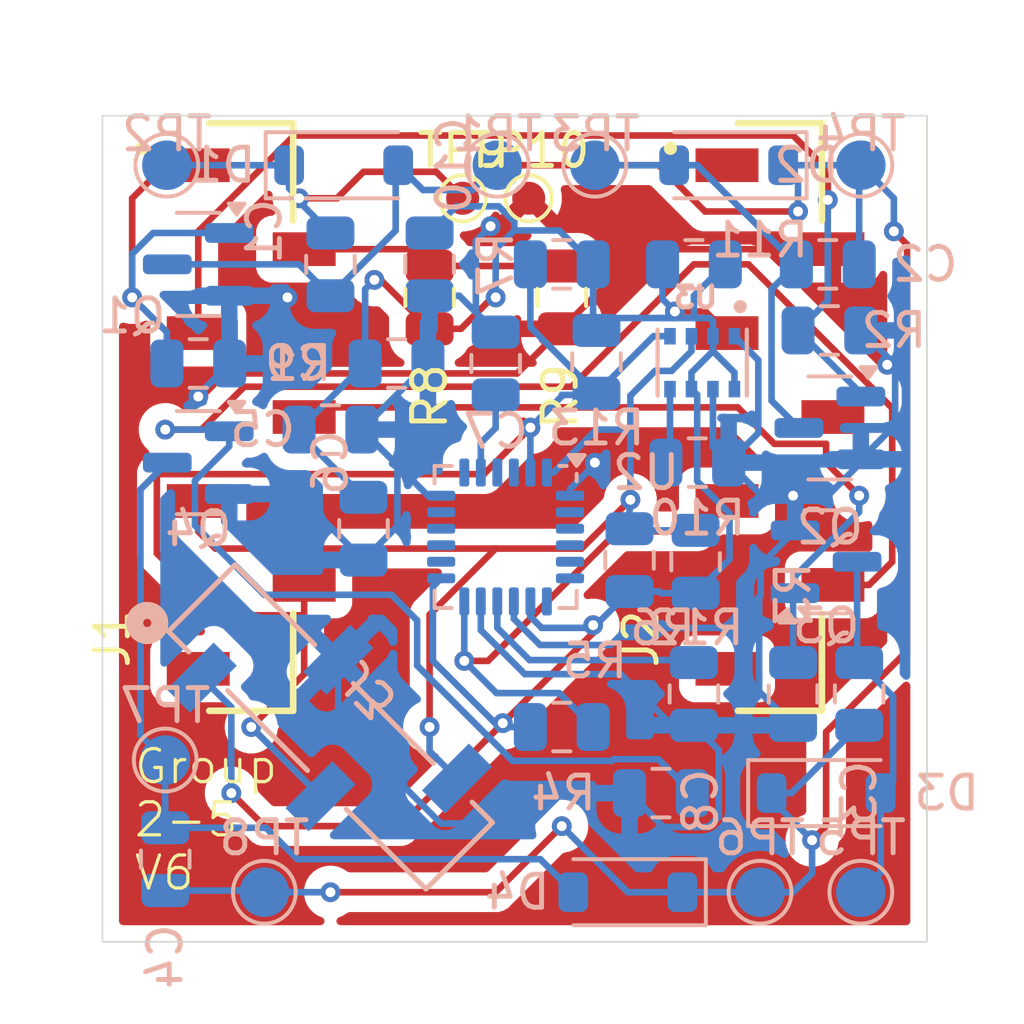
<source format=kicad_pcb>
(kicad_pcb (version 20241229) (generator "pcbnew") (generator_version "9.0")
  (layers (0 "F.Cu" signal) (2 "B.Cu" signal) (13 "F.Paste" user) (15 "B.Paste" user) (5 "F.SilkS" user "F.Silkscreen") (7 "B.SilkS" user "B.Silkscreen") (1 "F.Mask" user) (3 "B.Mask" user) (25 "Edge.Cuts" user))
  (net 0 "")
  (net 1 "/M1_-")
  (net 2 "+3V3")
  (net 3 "/M2_-")
  (net 4 "/M3_-")
  (net 5 "/M4_-")
  (net 6 "GND")
  (net 7 "Net-(U2-CPOUT)")
  (net 8 "Net-(U2-REGOUT)")
  (net 9 "/M1")
  (net 10 "/M2")
  (net 11 "/M3")
  (net 12 "/M4")
  (net 13 "/Acc_INT")
  (net 14 "/ESP_SDA")
  (net 15 "/ESP_SCL")
  (net 29 "V_batt")
  (net 30 "Net-(J1-Pad02)")
  (net 31 "Net-(U3-SDO)")
  (footprint "SSM_107_L_SV:SAMTEC_SSM-107-L-SV" (layer "F.Cu") (at 152.6025 100.62 90)
    (property "Reference" "J2")
    (property "Value" "SSM-107-L-SV")
  )
  (footprint "Capacitor_SMD:C_0805_2012Metric" (layer "F.Cu") (at 142 97 -90)
    (property "Reference" "R8")
    (property "Value" "10k" (hide yes))
  )
  (footprint "TestPoint:TestPoint_Pad_D1.0mm" (layer "F.Cu") (at 143 94)
    (property "Reference" "TP9")
    (property "Value" "TestPoint")
  )
  (footprint "TestPoint:TestPoint_Pad_D1.0mm" (layer "F.Cu") (at 145 94)
    (property "Reference" "TP10")
    (property "Value" "TestPoint")
  )
  (footprint "SSM_107_L_SV:SAMTEC_SSM-107-L-SV" (layer "F.Cu") (at 136.6025 100.62 90)
    (property "Reference" "J1")
    (property "Value" "SSM-107-L-SV")
  )
  (footprint "Capacitor_SMD:C_0805_2012Metric" (layer "F.Cu") (at 146 97 90)
    (property "Reference" "R9")
    (property "Value" "10k" (hide yes))
  )
  (footprint "footprints:CONN4X1_NPTC041KFXC-RC_SUL" (layer "B.Cu") (at 139 110 -45)
    (property "Reference" "J3")
    (property "Value" "NPTC041KFXC-RC")
  )
  (footprint "TestPoint:TestPoint_Pad_D1.5mm" (layer "B.Cu") (at 155.05 93 180)
    (property "Reference" "TP4")
    (property "Value" "TestPoint" (hide yes))
  )
  (footprint "Package_TO_SOT_SMD:SOT-23" (layer "B.Cu") (at 154.1125 100.95 180)
    (property "Reference" "Q2")
    (property "Value" "SI2300" (hide yes))
  )
  (footprint "TestPoint:TestPoint_Pad_D1.5mm" (layer "B.Cu") (at 147 93 180)
    (property "Reference" "TP3")
    (property "Value" "TestPoint" (hide yes))
  )
  (footprint "Capacitor_SMD:C_0805_2012Metric" (layer "B.Cu") (at 141 99)
    (property "Reference" "C9")
    (property "Value" "100nF" (hide yes))
  )
  (footprint "Capacitor_SMD:C_0805_2012Metric" (layer "B.Cu") (at 148.05 104.949999 -90)
    (property "Reference" "R6")
    (property "Value" "10k" (hide yes))
  )
  (footprint "TestPoint:TestPoint_Pad_D1.5mm" (layer "B.Cu") (at 152 115 180)
    (property "Reference" "TP6")
    (property "Value" "TestPoint" (hide yes))
  )
  (footprint "Capacitor_SMD:C_0805_2012Metric" (layer "B.Cu") (at 154.100001 98)
    (property "Reference" "R2")
    (property "Value" "10k" (hide yes))
  )
  (footprint "TestPoint:TestPoint_Pad_D1.5mm" (layer "B.Cu") (at 144.05 93 180)
    (property "Reference" "TP1")
    (property "Value" "TestPoint" (hide yes))
  )
  (footprint "Capacitor_SMD:C_0805_2012Metric" (layer "B.Cu") (at 155 109 -90)
    (property "Reference" "C3")
    (property "Value" "100nF" (hide yes))
  )
  (footprint "Capacitor_SMD:C_0805_2012Metric" (layer "B.Cu") (at 134 114 -90)
    (property "Reference" "C4")
    (property "Value" "100nF" (hide yes))
  )
  (footprint "Capacitor_SMD:C_0805_2012Metric" (layer "B.Cu") (at 139 101)
    (property "Reference" "C5")
    (property "Value" "0.1uF" (hide yes))
  )
  (footprint "Capacitor_SMD:C_0805_2012Metric" (layer "B.Cu") (at 149 112 180)
    (property "Reference" "R4")
    (property "Value" "10k" (hide yes))
  )
  (footprint "Capacitor_SMD:C_0805_2012Metric" (layer "B.Cu") (at 146 110)
    (property "Reference" "R5")
    (property "Value" "10k" (hide yes))
  )
  (footprint "Package_TO_SOT_SMD:SOT-23" (layer "B.Cu") (at 154 105)
    (property "Reference" "Q3")
    (property "Value" "SI2300" (hide yes))
  )
  (footprint "BMP280:XDCR_BMP280" (layer "B.Cu") (at 150.25 98.975 90)
    (property "Reference" "U3")
    (property "Value" "BMP280" (hide yes))
  )
  (footprint "Capacitor_SMD:C_0805_2012Metric" (layer "B.Cu") (at 147.05 98.949999 -90)
    (property "Reference" "R13")
    (property "Value" "10k" (hide yes))
  )
  (footprint "Capacitor_SMD:C_0805_2012Metric" (layer "B.Cu") (at 150 96)
    (property "Reference" "R11")
    (property "Value" "10k" (hide yes))
  )
  (footprint "Package_TO_SOT_SMD:SOT-23" (layer "B.Cu") (at 135 102 180)
    (property "Reference" "Q4")
    (property "Value" "SI2300" (hide yes))
  )
  (footprint "TestPoint:TestPoint_Pad_D1.5mm" (layer "B.Cu") (at 134.05 93 180)
    (property "Reference" "TP2")
    (property "Value" "TestPoint" (hide yes))
  )
  (footprint "Capacitor_SMD:C_0805_2012Metric" (layer "B.Cu") (at 154.05 96)
    (property "Reference" "C2")
    (property "Value" "100nF" (hide yes))
  )
  (footprint "Capacitor_SMD:C_0805_2012Metric" (layer "B.Cu") (at 150.100001 102)
    (property "Reference" "R10")
    (property "Value" "10k" (hide yes))
  )
  (footprint "Capacitor_SMD:C_0805_2012Metric" (layer "B.Cu") (at 135 99)
    (property "Reference" "R1")
    (property "Value" "10k" (hide yes))
  )
  (footprint "Package_TO_SOT_SMD:SOT-23" (layer "B.Cu") (at 135 96 180)
    (property "Reference" "Q1")
    (property "Value" "SI2300" (hide yes))
  )
  (footprint "Capacitor_SMD:C_0805_2012Metric" (layer "B.Cu") (at 142 96 -90)
    (property "Reference" "C10")
    (property "Value" "100nF" (hide yes))
  )
  (footprint "Diode_SMD:D_SOD-123" (layer "B.Cu") (at 154 112)
    (property "Reference" "D3")
    (property "Value" "1N4148" (hide yes))
  )
  (footprint "Capacitor_SMD:C_0805_2012Metric" (layer "B.Cu") (at 146 96)
    (property "Reference" "R7")
    (property "Value" "10k" (hide yes))
  )
  (footprint "Sensor_Motion:InvenSense_QFN-24_4x4mm_P0.5mm" (layer "B.Cu") (at 144.3 104.25 180)
    (property "Reference" "U2")
    (property "Value" "MPU-6050" (hide yes))
  )
  (footprint "Capacitor_SMD:C_0805_2012Metric" (layer "B.Cu") (at 139 96 90)
    (property "Reference" "C1")
    (property "Value" "100nF" (hide yes))
  )
  (footprint "Diode_SMD:D_SOD-123" (layer "B.Cu") (at 139.4 93)
    (property "Reference" "D1")
    (property "Value" "1N4148" (hide yes))
  )
  (footprint "Capacitor_SMD:C_0805_2012Metric" (layer "B.Cu") (at 153 109 -90)
    (property "Reference" "R3")
    (property "Value" "10k" (hide yes))
  )
  (footprint "Capacitor_SMD:C_0805_2012Metric" (layer "B.Cu") (at 140 104 -90)
    (property "Reference" "C6")
    (property "Value" "0.01uF" (hide yes))
  )
  (footprint "Capacitor_SMD:C_0805_2012Metric" (layer "B.Cu") (at 150.05 105 90)
    (property "Reference" "R12")
    (property "Value" "10k" (hide yes))
  )
  (footprint "Capacitor_SMD:C_0805_2012Metric" (layer "B.Cu") (at 150 109 -90)
    (property "Reference" "C8")
    (property "Value" "0.1uF" (hide yes))
  )
  (footprint "TestPoint:TestPoint_Pad_D1.5mm" (layer "B.Cu") (at 155.05 115 180)
    (property "Reference" "TP5")
    (property "Value" "TestPoint" (hide yes))
  )
  (footprint "Diode_SMD:D_SOD-123" (layer "B.Cu") (at 148 115 180)
    (property "Reference" "D4")
    (property "Value" "1N4148" (hide yes))
  )
  (footprint "TestPoint:TestPoint_Pad_D1.5mm" (layer "B.Cu") (at 134 111 180)
    (property "Reference" "TP7")
    (property "Value" "TestPoint" (hide yes))
  )
  (footprint "Capacitor_SMD:C_0805_2012Metric" (layer "B.Cu") (at 144 99 90)
    (property "Reference" "C7")
    (property "Value" "0.01uF" (hide yes))
  )
  (footprint "TestPoint:TestPoint_Pad_D1.5mm" (layer "B.Cu") (at 137 115 180)
    (property "Reference" "TP8")
    (property "Value" "TestPoint" (hide yes))
  )
  (footprint "Diode_SMD:D_SOD-123" (layer "B.Cu") (at 151.05 93 180)
    (property "Reference" "D2")
    (property "Value" "1N4148" (hide yes))
  )
  (gr_rect (start 132.1 91.5) (end 157.05 116.5) (stroke (width 0.05)) (fill no) (layer "Edge.Cuts"))
  (gr_text "Group\n2-5 \nV6\n" (at 133 115 0) (layer "F.SilkS") (effects (font (size 1 1) (thickness 0.1)) (justify left bottom)))
  (segment (start 141.8 93.75) (end 141.05 93) (width 0.2) (layer "B.Cu") (net 1))
  (segment (start 141.05 93) (end 140.974 93.076) (width 0.2) (layer "B.Cu") (net 1))
  (segment (start 143.3 93.75) (end 141.8 93.75) (width 0.2) (layer "B.Cu") (net 1))
  (segment (start 138.050001 96) (end 134.062499 96) (width 0.2) (layer "B.Cu") (net 1))
  (segment (start 140.974 94.975999) (end 139 96.949999) (width 0.2) (layer "B.Cu") (net 1))
  (segment (start 140.974 93.076) (end 140.974 94.975999) (width 0.2) (layer "B.Cu") (net 1))
  (segment (start 139 96.949999) (end 138.050001 96) (width 0.2) (layer "B.Cu") (net 1))
  (segment (start 144.05 93) (end 143.3 93.75) (width 0.2) (layer "B.Cu") (net 1))
  (segment (start 136 112) (end 137 113) (width 0.2) (layer "F.Cu") (net 2))
  (segment (start 137 113) (end 141.1 113) (width 0.2) (layer "F.Cu") (net 2))
  (segment (start 143.899998 97) (end 144 97) (width 0.2) (layer "F.Cu") (net 2))
  (segment (start 142.949999 97.949999) (end 143.899998 97) (width 0.2) (layer "F.Cu") (net 2))
  (segment (start 142 97.949999) (end 142.949999 97.949999) (width 0.2) (layer "F.Cu") (net 2))
  (segment (start 140.329266 96.469263) (end 140.519264 96.469263) (width 0.2) (layer "F.Cu") (net 2))
  (segment (start 144.215715 109.884285) (end 146.949998 107.150002) (width 0.2) (layer "F.Cu") (net 2))
  (segment (start 149.42353 97.425) (end 150.345 97.425) (width 0.2) (layer "F.Cu") (net 2))
  (segment (start 146.949998 107.150002) (end 146.949998 106.91875) (width 0.2) (layer "F.Cu") (net 2))
  (segment (start 140.519264 96.469263) (end 142 97.949999) (width 0.2) (layer "F.Cu") (net 2))
  (segment (start 150.345 97.425) (end 151 98.08) (width 0.2) (layer "F.Cu") (net 2))
  (segment (start 141.1 113) (end 144.215715 109.884285) (width 0.2) (layer "F.Cu") (net 2))
  (via (at 146.949998 106.91875) (size 0.6) (drill 0.3) (layers "F.Cu" "B.Cu") (net 2))
  (via (at 144.215715 109.884285) (size 0.6) (drill 0.3) (layers "F.Cu" "B.Cu") (net 2))
  (via (at 149.42353 97.425) (size 0.6) (drill 0.3) (layers "F.Cu" "B.Cu") (net 2))
  (via (at 140.329266 96.469263) (size 0.6) (drill 0.3) (layers "F.Cu" "B.Cu") (net 2))
  (via (at 136 112) (size 0.6) (drill 0.3) (layers "F.Cu" "B.Cu") (net 2))
  (via (at 144 97) (size 0.6) (drill 0.3) (layers "F.Cu" "B.Cu") (net 2))
  (segment (start 150.099 99.949) (end 150.099 101) (width 0.2) (layer "B.Cu") (net 2))
  (segment (start 140.050001 99) (end 138.050001 101) (width 0.2) (layer "B.Cu") (net 2))
  (segment (start 145.923999 94.974) (end 146.949999 96) (width 0.2) (layer "B.Cu") (net 2))
  (segment (start 146.949998 107) (end 146.949998 106.91875) (width 0.2) (layer "B.Cu") (net 2))
  (segment (start 148.05 105.899998) (end 148.949998 105.899998) (width 0.2) (layer "B.Cu") (net 2))
  (segment (start 149.925 99.275) (end 149.925 99.775) (width 0.2) (layer "B.Cu") (net 2))
  (segment (start 149 97.624) (end 149.22453 97.624) (width 0.2) (layer "B.Cu") (net 2))
  (segment (start 150.474 97.624) (end 150 97.624) (width 0.2) (layer "B.Cu") (net 2))
  (segment (start 142.1 108) (end 144.1 110) (width 0.2) (layer "B.Cu") (net 2))
  (segment (start 144.564841 94.714899) (end 144.564841 94.974) (width 0.2) (layer "B.Cu") (net 2))
  (segment (start 145.391176 107) (end 146.949998 107) (width 0.2) (layer "B.Cu") (net 2))
  (segment (start 150 96.949999) (end 150 97.624) (width 0.2) (layer "B.Cu") (net 2))
  (segment (start 147.426 97.624) (end 147.05 98) (width 0.2) (layer "B.Cu") (net 2))
  (segment (start 144.564841 94.974) (end 145.923999 94.974) (width 0.2) (layer "B.Cu") (net 2))
  (segment (start 142.805845 94.244156) (end 144.094098 94.244156) (width 0.2) (layer "B.Cu") (net 2))
  (segment (start 142 95.050001) (end 142.805845 94.244156) (width 0.2) (layer "B.Cu") (net 2))
  (segment (start 144.094098 94.244156) (end 144.564841 94.714899) (width 0.2) (layer "B.Cu") (net 2))
  (segment (start 150.949999 96) (end 150 96.949999) (width 0.2) (layer "B.Cu") (net 2))
  (segment (start 140.050001 96.748528) (end 140.329266 96.469263) (width 0.2) (layer "B.Cu") (net 2))
  (segment (start 144 95.538841) (end 144.564841 94.974) (width 0.2) (layer "B.Cu") (net 2))
  (segment (start 146.999999 98) (end 147.05 98.050001) (width 0.2) (layer "B.Cu") (net 2))
  (segment (start 138.050001 101.100002) (end 138.050001 101) (width 0.2) (layer "B.Cu") (net 2))
  (segment (start 150.575 98.625) (end 149.925 99.275) (width 0.2) (layer "B.Cu") (net 2))
  (segment (start 140.050001 99) (end 140.050001 96.748528) (width 0.2) (layer "B.Cu") (net 2))
  (segment (start 149.925 99.775) (end 150.099 99.949) (width 0.2) (layer "B.Cu") (net 2))
  (segment (start 140 103.050001) (end 138.050001 101.100002) (width 0.2) (layer "B.Cu") (net 2))
  (segment (start 145.05 106.2) (end 145.05 106.658824) (width 0.2) (layer "B.Cu") (net 2))
  (segment (start 142.1 105.75) (end 142.1 108) (width 0.2) (layer "B.Cu") (net 2))
  (segment (start 144.1 110) (end 145.050001 110) (width 0.2) (layer "B.Cu") (net 2))
  (segment (start 150 97.624) (end 149 97.624) (width 0.2) (layer "B.Cu") (net 2))
  (segment (start 149.050001 97.051471) (end 149.42353 97.425) (width 0.2) (layer "B.Cu") (net 2))
  (segment (start 151.225001 99.275001) (end 150.575 98.625) (width 0.2) (layer "B.Cu") (net 2))
  (segment (start 151.076 104.923999) (end 150.05 105.949999) (width 0.2) (layer "B.Cu") (net 2))
  (segment (start 150.575 98.175) (end 150.575 97.725) (width 0.2) (layer "B.Cu") (net 2))
  (segment (start 135.107093 108.504753) (end 136 109.39766) (width 0.2) (layer "B.Cu") (net 2))
  (segment (start 150.575 98.175) (end 150.575 98.625) (width 0.2) (layer "B.Cu") (net 2))
  (segment (start 149.050001 96) (end 149.050001 97.051471) (width 0.2) (layer "B.Cu") (net 2))
  (segment (start 146.949998 107) (end 148.05 105.899998) (width 0.2) (layer "B.Cu") (net 2))
  (segment (start 146.949999 96) (end 146.949999 97.899999) (width 0.2) (layer "B.Cu") (net 2))
  (segment (start 149.22453 97.624) (end 149.42353 97.425) (width 0.2) (layer "B.Cu") (net 2))
  (segment (start 150.099 101) (end 150.099 102.56016) (width 0.2) (layer "B.Cu") (net 2))
  (segment (start 150.575 97.725) (end 150.474 97.624) (width 0.2) (layer "B.Cu") (net 2))
  (segment (start 148.949998 105.899998) (end 148.999999 105.949999) (width 0.2) (layer "B.Cu") (net 2))
  (segment (start 150.099 102.56016) (end 151.076 103.53716) (width 0.2) (layer "B.Cu") (net 2))
  (segment (start 142.35 105.5) (end 142.1 105.75) (width 0.2) (layer "B.Cu") (net 2))
  (segment (start 136 109.39766) (end 136 112) (width 0.2) (layer "B.Cu") (net 2))
  (segment (start 151.225001 99.775) (end 151.225001 99.275001) (width 0.2) (layer "B.Cu") (net 2))
  (segment (start 144.1 110) (end 144.215715 109.884285) (width 0.2) (layer "B.Cu") (net 2))
  (segment (start 151.076 103.53716) (end 151.076 104.923999) (width 0.2) (layer "B.Cu") (net 2))
  (segment (start 145.05 106.658824) (end 145.391176 107) (width 0.2) (layer "B.Cu") (net 2))
  (segment (start 146.949999 97.899999) (end 147.05 98) (width 0.2) (layer "B.Cu") (net 2))
  (segment (start 149 97.624) (end 147.426 97.624) (width 0.2) (layer "B.Cu") (net 2))
  (segment (start 148.999999 105.949999) (end 150.05 105.949999) (width 0.2) (layer "B.Cu") (net 2))
  (segment (start 144 97) (end 144 95.538841) (width 0.2) (layer "B.Cu") (net 2))
  (segment (start 153.175 100.95) (end 152.349002 100.124002) (width 0.2) (layer "B.Cu") (net 3))
  (segment (start 150.1 93) (end 149.4 93) (width 0.2) (layer "B.Cu") (net 3))
  (segment (start 152.349002 96.750998) (end 153.1 96) (width 0.2) (layer "B.Cu") (net 3))
  (segment (start 152.349002 100.124002) (end 152.349002 96.750998) (width 0.2) (layer "B.Cu") (net 3))
  (segment (start 147.05 93) (end 149.4 93) (width 0.2) (layer "B.Cu") (net 3))
  (segment (start 153.1 96) (end 150.1 93) (width 0.2) (layer "B.Cu") (net 3))
  (segment (start 155.65 114.4) (end 155.05 115) (width 0.2) (layer "B.Cu") (net 4))
  (segment (start 155 108.050001) (end 156.026 109.076001) (width 0.2) (layer "B.Cu") (net 4))
  (segment (start 154.937501 107.987502) (end 155 108.050001) (width 0.2) (layer "B.Cu") (net 4))
  (segment (start 155.65 112) (end 155.65 114.4) (width 0.2) (layer "B.Cu") (net 4))
  (segment (start 154.937501 105) (end 154.937501 107.987502) (width 0.2) (layer "B.Cu") (net 4))
  (segment (start 156.026 111.624) (end 155.65 112) (width 0.2) (layer "B.Cu") (net 4))
  (segment (start 156.026 109.076001) (end 156.026 111.624) (width 0.2) (layer "B.Cu") (net 4))
  (segment (start 146.05 115) (end 146.050001 114.999999) (width 0.2) (layer "B.Cu") (net 5))
  (segment (start 133.25 102.8125) (end 133.25 110.25) (width 0.2) (layer "B.Cu") (net 5))
  (segment (start 134.0625 102) (end 133.25 102.8125) (width 0.2) (layer "B.Cu") (net 5))
  (segment (start 133.25 110.25) (end 134 111) (width 0.2) (layer "B.Cu") (net 5))
  (segment (start 137.050001 113.050001) (end 138 114) (width 0.2) (layer "B.Cu") (net 5))
  (segment (start 134 113.050001) (end 137.050001 113.050001) (width 0.2) (layer "B.Cu") (net 5))
  (segment (start 138 114) (end 145.35 114) (width 0.2) (layer "B.Cu") (net 5))
  (segment (start 134 113.050001) (end 134 111) (width 0.2) (layer "B.Cu") (net 5))
  (segment (start 145.35 114) (end 146.35 115) (width 0.2) (layer "B.Cu") (net 5))
  (segment (start 135.699002 99.300998) (end 140 99.300998) (width 0.2) (layer "F.Cu") (net 6))
  (segment (start 147.96 95.989999) (end 147.96 95.96) (width 0.2) (layer "F.Cu") (net 6))
  (segment (start 135 100) (end 135.699002 99.300998) (width 0.2) (layer "F.Cu") (net 6))
  (segment (start 152.9515 103.0485) (end 153 103) (width 0.2) (layer "F.Cu") (net 6))
  (segment (start 155.849 99.0385) (end 154.205 97.3945) (width 0.2) (layer "F.Cu") (net 6))
  (segment (start 147.12245 101.87755) (end 152.34915 101.87755) (width 0.2) (layer "F.Cu") (net 6))
  (segment (start 143.845155 94.845156) (end 144.154844 94.845156) (width 0.2) (layer "F.Cu") (net 6))
  (segment (start 146 97.949999) (end 147.96 95.989999) (width 0.2) (layer "F.Cu") (net 6))
  (segment (start 144.649001 99.300998) (end 146 97.949999) (width 0.2) (layer "F.Cu") (net 6))
  (segment (start 152.34915 101.87755) (end 153 102.5284) (width 0.2) (layer "F.Cu") (net 6))
  (segment (start 137.699002 97) (end 140 99.300998) (width 0.2) (layer "F.Cu") (net 6))
  (segment (start 154.205 97.3945) (end 154.205 95.54) (width 0.2) (layer "F.Cu") (net 6))
  (segment (start 147.96 95.96) (end 147.46 96.46) (width 0.2) (layer "F.Cu") (net 6))
  (segment (start 154.205 95.54) (end 148.38 95.54) (width 0.2) (layer "F.Cu") (net 6))
  (segment (start 145.026 94.026) (end 145 94) (width 0.2) (layer "F.Cu") (net 6))
  (segment (start 153 102.5284) (end 153 103) (width 0.2) (layer "F.Cu") (net 6))
  (segment (start 148.38 95.54) (end 147.96 95.96) (width 0.2) (layer "F.Cu") (net 6))
  (segment (start 147 102) (end 147.12245 101.87755) (width 0.2) (layer "F.Cu") (net 6))
  (segment (start 144.154844 94.845156) (end 145 94) (width 0.2) (layer "F.Cu") (net 6))
  (segment (start 140 99.300998) (end 144.649001 99.300998) (width 0.2) (layer "F.Cu") (net 6))
  (via (at 153 103) (size 0.6) (drill 0.3) (layers "F.Cu" "B.Cu") (net 6))
  (via (at 143.845155 94.845156) (size 0.6) (drill 0.3) (layers "F.Cu" "B.Cu") (net 6))
  (via (at 155.849 99.0385) (size 0.6) (drill 0.3) (layers "F.Cu" "B.Cu") (net 6))
  (via (at 135 100) (size 0.6) (drill 0.3) (layers "F.Cu" "B.Cu") (net 6))
  (via (at 147 102) (size 0.6) (drill 0.3) (layers "F.Cu" "B.Cu") (net 6))
  (via (at 137.699002 97) (size 0.6) (drill 0.3) (layers "F.Cu" "B.Cu") (net 6))
  (segment (start 143.55 106.2) (end 143.55 107.0671) (width 0.2) (layer "B.Cu") (net 6))
  (segment (start 150 110.050001) (end 150 109.949999) (width 0.2) (layer "B.Cu") (net 6))
  (segment (start 144.8839 108.401) (end 147.783899 108.401) (width 0.2) (layer "B.Cu") (net 6))
  (segment (start 141.949999 103) (end 142.35 103) (width 0.2) (layer "B.Cu") (net 6))
  (segment (start 145.079876 112.920124) (end 146 112) (width 0.2) (layer "B.Cu") (net 6))
  (segment (start 149.382899 110) (end 150 110) (width 0.2) (layer "B.Cu") (net 6))
  (segment (start 152.01875 105.09375) (end 152.01875 106.01875) (width 0.2) (layer "B.Cu") (net 6))
  (segment (start 139.949999 101) (end 141.949999 99) (width 0.2) (layer "B.Cu") (net 6))
  (segment (start 139.949999 101) (end 141.026 102.076001) (width 0.2) (layer "B.Cu") (net 6))
  (segment (start 135 99.949999) (end 135.949999 99) (width 0.2) (layer "B.Cu") (net 6))
  (segment (start 148.050001 112) (end 149.076001 113.026) (width 0.2) (layer "B.Cu") (net 6))
  (segment (start 145.342826 107.51875) (end 147.48125 107.51875) (width 0.2) (layer "B.Cu") (net 6))
  (segment (start 151.05 102) (end 151.948002 101.101998) (width 0.2) (layer "B.Cu") (net 6))
  (segment (start 146.25 103) (end 146.25 102.8) (width 0.2) (layer "B.Cu") (net 6))
  (segment (start 144.55 106.2) (end 144.55 106.725924) (width 0.2) (layer "B.Cu") (net 6))
  (segment (start 146.25 102.8) (end 147.05 102) (width 0.2) (layer "B.Cu") (net 6))
  (segment (start 141.949999 98.050001) (end 141.949999 99) (width 0.2) (layer "B.Cu") (net 6))
  (segment (start 150.575 101.525) (end 151.05 102) (width 0.2) (layer "B.Cu") (net 6))
  (segment (start 138.000001 102.95) (end 140 104.949999) (width 0.2) (layer "B.Cu") (net 6))
  (segment (start 141.026 102.076001) (end 141.026 103.923999) (width 0.2) (layer "B.Cu") (net 6))
  (segment (start 139.236597 107.967352) (end 139.236597 109.811909) (width 0.2) (layer "B.Cu") (net 6))
  (segment (start 141.026 103.923999) (end 140 104.949999) (width 0.2) (layer "B.Cu") (net 6))
  (segment (start 135.9375 96.95) (end 137.649002 96.95) (width 0.2) (layer "B.Cu") (net 6))
  (segment (start 151.948002 101.101998) (end 151.948002 98.898001) (width 0.2) (layer "B.Cu") (net 6))
  (segment (start 142 98.949999) (end 141.949999 99) (width 0.2) (layer "B.Cu") (net 6))
  (segment (start 154.05 103) (end 153 103) (width 0.2) (layer "B.Cu") (net 6))
  (segment (start 151.225001 98.175) (end 151.948002 98.898001) (width 0.2) (layer "B.Cu") (net 6))
  (segment (start 146 112) (end 148.050001 112) (width 0.2) (layer "B.Cu") (net 6))
  (segment (start 142 96.949999) (end 142.899998 96.949999) (width 0.2) (layer "B.Cu") (net 6))
  (segment (start 144.55 106.725924) (end 145.342826 107.51875) (width 0.2) (layer "B.Cu") (net 6))
  (segment (start 135.9375 102.95) (end 138.000001 102.95) (width 0.2) (layer "B.Cu") (net 6))
  (segment (start 139.949999 101) (end 141.949999 103) (width 0.2) (layer "B.Cu") (net 6))
  (segment (start 152.05 103) (end 151.05 102) (width 0.2) (layer "B.Cu") (net 6))
  (segment (start 135 100) (end 135 99.949999) (width 0.2) (layer "B.Cu") (net 6))
  (segment (start 143.845155 94.845156) (end 143.399 95.291311) (width 0.2) (layer "B.Cu") (net 6))
  (segment (start 156.0885 99.0385) (end 155.849 99.0385) (width 0.2) (layer "B.Cu") (net 6))
  (segment (start 153 103) (end 152.05 103) (width 0.2) (layer "B.Cu") (net 6))
  (segment (start 148 107) (end 151.0375 107) (width 0.2) (layer "B.Cu") (net 6))
  (segment (start 155.05 98) (end 156.0885 99.0385) (width 0.2) (layer "B.Cu") (net 6))
  (segment (start 142 96.949999) (end 142 98) (width 0.2) (layer "B.Cu") (net 6))
  (segment (start 155.05 102) (end 155.05 101.9) (width 0.2) (layer "B.Cu") (net 6))
  (segment (start 137.649002 96.95) (end 137.699002 97) (width 0.2) (layer "B.Cu") (net 6))
  (segment (start 147.48125 107.51875) (end 148 107) (width 0.2) (layer "B.Cu") (net 6))
  (segment (start 142 98) (end 141.949999 98.050001) (width 0.2) (layer "B.Cu") (net 6))
  (segment (start 139.236597 109.811909) (end 142.344812 112.920124) (width 0.2) (layer "B.Cu") (net 6))
  (segment (start 150.435159 113.026) (end 150.750999 112.71016) (width 0.2) (layer "B.Cu") (net 6))
  (segment (start 151.974 108.923999) (end 151.974 106.0635) (width 0.2) (layer "B.Cu") (net 6))
  (segment (start 143.399 97.449001) (end 144 98.050001) (width 0.2) (layer "B.Cu") (net 6))
  (segment (start 153.0625 104.05) (end 152.01875 105.09375) (width 0.2) (layer "B.Cu") (net 6))
  (segment (start 150.750999 110.700998) (end 150 109.949999) (width 0.2) (layer "B.Cu") (net 6))
  (segment (start 156.0885 99.0385) (end 156.0885 100.8615) (width 0.2) (layer "B.Cu") (net 6))
  (segment (start 153 109.949999) (end 151.974 108.923999) (width 0.2) (layer "B.Cu") (net 6))
  (segment (start 143.399 95.291311) (end 143.399 97.449001) (width 0.2) (layer "B.Cu") (net 6))
  (segment (start 147.05 102) (end 147 102) (width 0.2) (layer "B.Cu") (net 6))
  (segment (start 156.0885 100.8615) (end 155.05 101.9) (width 0.2) (layer "B.Cu") (net 6))
  (segment (start 154.05 103) (end 155.05 102) (width 0.2) (layer "B.Cu") (net 6))
  (segment (start 150.750999 112.71016) (end 150.750999 110.700998) (width 0.2) (layer "B.Cu") (net 6))
  (segment (start 143.55 107.0671) (end 144.8839 108.401) (width 0.2) (layer "B.Cu") (net 6))
  (segment (start 142.899998 96.949999) (end 144 98.050001) (width 0.2) (layer "B.Cu") (net 6))
  (segment (start 142.344812 112.920124) (end 145.079876 112.920124) (width 0.2) (layer "B.Cu") (net 6))
  (segment (start 150.575 99.775) (end 150.575 101.525) (width 0.2) (layer "B.Cu") (net 6))
  (segment (start 147.783899 108.401) (end 149.382899 110) (width 0.2) (layer "B.Cu") (net 6))
  (segment (start 149.076001 113.026) (end 150.435159 113.026) (width 0.2) (layer "B.Cu") (net 6))
  (segment (start 151.974 106.0635) (end 152.01875 106.01875) (width 0.2) (layer "B.Cu") (net 6))
  (segment (start 151.0375 107) (end 152.01875 106.01875) (width 0.2) (layer "B.Cu") (net 6))
  (segment (start 143.55 102.3) (end 143.55 101.399998) (width 0.2) (layer "B.Cu") (net 7))
  (segment (start 143.55 101.399998) (end 144 100.949998) (width 0.2) (layer "B.Cu") (net 7))
  (segment (start 144 100.949998) (end 144 99.949999) (width 0.2) (layer "B.Cu") (net 7))
  (segment (start 145.025 107.975) (end 149.924999 107.975) (width 0.2) (layer "B.Cu") (net 8))
  (segment (start 149.924999 107.975) (end 150 108.050001) (width 0.2) (layer "B.Cu") (net 8))
  (segment (start 144.05 106.2) (end 144.05 107) (width 0.2) (layer "B.Cu") (net 8))
  (segment (start 144.05 107) (end 145.025 107.975) (width 0.2) (layer "B.Cu") (net 8))
  (segment (start 134 93) (end 135 93) (width 0.2) (layer "F.Cu") (net 9))
  (segment (start 133 94) (end 134 93) (width 0.2) (layer "F.Cu") (net 9))
  (segment (start 133 97) (end 133 94) (width 0.2) (layer "F.Cu") (net 9))
  (via (at 133 97) (size 0.6) (drill 0.3) (layers "F.Cu" "B.Cu") (net 9))
  (segment (start 134.050001 99) (end 134.050001 98.050001) (width 0.2) (layer "B.Cu") (net 9))
  (segment (start 135.9375 95.05) (end 133.633031 95.05) (width 0.2) (layer "B.Cu") (net 9))
  (segment (start 134.050001 98.050001) (end 133 97) (width 0.2) (layer "B.Cu") (net 9))
  (segment (start 133.633031 95.05) (end 133 95.683031) (width 0.2) (layer "B.Cu") (net 9))
  (segment (start 133 95.683031) (end 133 97) (width 0.2) (layer "B.Cu") (net 9))
  (segment (start 154.05 93.151) (end 154.05 94.05) (width 0.2) (layer "F.Cu") (net 10))
  (segment (start 137.899 92.101) (end 153 92.101) (width 0.2) (layer "F.Cu") (net 10))
  (segment (start 135 98.08) (end 135 95) (width 0.2) (layer "F.Cu") (net 10))
  (segment (start 153 92.101) (end 154.05 93.151) (width 0.2) (layer "F.Cu") (net 10))
  (segment (start 135 95) (end 137.899 92.101) (width 0.2) (layer "F.Cu") (net 10))
  (via (at 154.05 94.05) (size 0.6) (drill 0.3) (layers "F.Cu" "B.Cu") (net 10))
  (segment (start 154.05 97.100002) (end 153.150002 98) (width 0.2) (layer "B.Cu") (net 10))
  (segment (start 153.150002 98) (end 155.05 99.899998) (width 0.2) (layer "B.Cu") (net 10))
  (segment (start 154.05 94.05) (end 154.05 97.100002) (width 0.2) (layer "B.Cu") (net 10))
  (segment (start 155.05 99.899998) (end 155.05 100) (width 0.2) (layer "B.Cu") (net 10))
  (segment (start 154 94) (end 154.05 94.05) (width 0.2) (layer "B.Cu") (net 10))
  (segment (start 154 102) (end 154 101.431) (width 0.2) (layer "F.Cu") (net 11))
  (segment (start 138.497 100.328) (end 151.328 100.328) (width 0.2) (layer "F.Cu") (net 11))
  (segment (start 154 101.431) (end 152.431 101.431) (width 0.2) (layer "F.Cu") (net 11))
  (segment (start 138.205 100.62) (end 138.497 100.328) (width 0.2) (layer "F.Cu") (net 11))
  (segment (start 154 102) (end 155 103) (width 0.2) (layer "F.Cu") (net 11))
  (segment (start 152.431 101.431) (end 151.328 100.328) (width 0.2) (layer "F.Cu") (net 11))
  (via (at 155 103) (size 0.6) (drill 0.3) (layers "F.Cu" "B.Cu") (net 11))
  (segment (start 155 103.491968) (end 153.0625 105.429468) (width 0.2) (layer "B.Cu") (net 11))
  (segment (start 155 103) (end 155 103.491968) (width 0.2) (layer "B.Cu") (net 11))
  (segment (start 153 106.0125) (end 153.0625 105.95) (width 0.2) (layer "B.Cu") (net 11))
  (segment (start 153.0625 105.429468) (end 153.0625 105.95) (width 0.2) (layer "B.Cu") (net 11))
  (segment (start 153 108.050001) (end 153 106.0125) (width 0.2) (layer "B.Cu") (net 11))
  (segment (start 151.649501 96) (end 156 100.350499) (width 0.2) (layer "F.Cu") (net 12))
  (segment (start 146.298002 99.701998) (end 150 96) (width 0.2) (layer "F.Cu") (net 12))
  (segment (start 136.393502 99.701998) (end 146.298002 99.701998) (width 0.2) (layer "F.Cu") (net 12))
  (segment (start 156 105) (end 155.3 105.7) (width 0.2) (layer "F.Cu") (net 12))
  (segment (start 156 100.350499) (end 156 105) (width 0.2) (layer "F.Cu") (net 12))
  (segment (start 134 101) (end 135.0955 101) (width 0.2) (layer "F.Cu") (net 12))
  (segment (start 155.3 105.7) (end 154.205 105.7) (width 0.2) (layer "F.Cu") (net 12))
  (segment (start 150 96) (end 151.649501 96) (width 0.2) (layer "F.Cu") (net 12))
  (segment (start 135.0955 101) (end 136.393502 99.701998) (width 0.2) (layer "F.Cu") (net 12))
  (via (at 134 101) (size 0.6) (drill 0.3) (layers "F.Cu" "B.Cu") (net 12))
  (segment (start 149.949999 112) (end 148.923999 110.974) (width 0.2) (layer "B.Cu") (net 12))
  (segment (start 147.564841 110.974) (end 147.512841 111.026) (width 0.2) (layer "B.Cu") (net 12))
  (segment (start 137 106) (end 134.899 103.899) (width 0.2) (layer "B.Cu") (net 12))
  (segment (start 134.899 103.899) (end 134.899 102.542968) (width 0.2) (layer "B.Cu") (net 12))
  (segment (start 141.624 106.774057) (end 140.849943 106) (width 0.2) (layer "B.Cu") (net 12))
  (segment (start 134.899 102.542968) (end 135.9375 101.504468) (width 0.2) (layer "B.Cu") (net 12))
  (segment (start 135.8875 101) (end 135.9375 101.05) (width 0.2) (layer "B.Cu") (net 12))
  (segment (start 135.9375 101.504468) (end 135.9375 101.05) (width 0.2) (layer "B.Cu") (net 12))
  (segment (start 147.512841 111.026) (end 144.508901 111.026) (width 0.2) (layer "B.Cu") (net 12))
  (segment (start 148.923999 110.974) (end 147.564841 110.974) (width 0.2) (layer "B.Cu") (net 12))
  (segment (start 141.624 108.141099) (end 141.624 106.774057) (width 0.2) (layer "B.Cu") (net 12))
  (segment (start 144.508901 111.026) (end 141.624 108.141099) (width 0.2) (layer "B.Cu") (net 12))
  (segment (start 140.849943 106) (end 137 106) (width 0.2) (layer "B.Cu") (net 12))
  (segment (start 134 101) (end 135.8875 101) (width 0.2) (layer "B.Cu") (net 12))
  (segment (start 143.767157 108) (end 147.687157 104.08) (width 0.2) (layer "F.Cu") (net 13))
  (segment (start 150.08 104.08) (end 151 103.16) (width 0.2) (layer "F.Cu") (net 13))
  (segment (start 143.05 108) (end 143.767157 108) (width 0.2) (layer "F.Cu") (net 13))
  (segment (start 147.687157 104.08) (end 150.08 104.08) (width 0.2) (layer "F.Cu") (net 13))
  (via (at 143.05 108) (size 0.6) (drill 0.3) (layers "F.Cu" "B.Cu") (net 13))
  (segment (start 143.05 106.2) (end 143.05 108) (width 0.2) (layer "B.Cu") (net 13))
  (segment (start 144.024 108.974) (end 145.923999 108.974) (width 0.2) (layer "B.Cu") (net 13))
  (segment (start 143.05 108) (end 144.024 108.974) (width 0.2) (layer "B.Cu") (net 13))
  (segment (start 145.923999 108.974) (end 146.949999 110) (width 0.2) (layer "B.Cu") (net 13))
  (segment (start 135 104.08) (end 135 103.16) (width 0.2) (layer "F.Cu") (net 14))
  (segment (start 144 104.601) (end 142 106.601) (width 0.2) (layer "F.Cu") (net 14))
  (segment (start 142 106.601) (end 142 110) (width 0.2) (layer "F.Cu") (net 14))
  (segment (start 148.05 103.150057) (end 146.599057 104.601) (width 0.2) (layer "F.Cu") (net 14))
  (segment (start 144 104.601) (end 135.521 104.601) (width 0.2) (layer "F.Cu") (net 14))
  (segment (start 146.599057 104.601) (end 144 104.601) (width 0.2) (layer "F.Cu") (net 14))
  (segment (start 135.521 104.601) (end 135 104.08) (width 0.2) (layer "F.Cu") (net 14))
  (via (at 142 110) (size 0.6) (drill 0.3) (layers "F.Cu" "B.Cu") (net 14))
  (via (at 148.076 103.124057) (size 0.6) (drill 0.3) (layers "F.Cu" "B.Cu") (net 14))
  (segment (start 149.925 98.625) (end 149.326 99.224) (width 0.2) (layer "B.Cu") (net 14))
  (segment (start 142 110.730754) (end 142.8287 111.559454) (width 0.2) (layer "B.Cu") (net 14))
  (segment (start 149.326 99.224) (end 148.826 99.224) (width 0.2) (layer "B.Cu") (net 14))
  (segment (start 148.826 99.224) (end 148.076 99.974) (width 0.2) (layer "B.Cu") (net 14))
  (segment (start 148.100001 104.050001) (end 148.05 104) (width 0.2) (layer "B.Cu") (net 14))
  (segment (start 150.05 104.050001) (end 148.100001 104.050001) (width 0.2) (layer "B.Cu") (net 14))
  (segment (start 148.05 103.150057) (end 148.076 103.124057) (width 0.2) (layer "B.Cu") (net 14))
  (segment (start 149.925 98.175) (end 149.925 98.625) (width 0.2) (layer "B.Cu") (net 14))
  (segment (start 145.75 102.3) (end 147.05 101) (width 0.2) (layer "B.Cu") (net 14))
  (segment (start 142 110) (end 142 110.730754) (width 0.2) (layer "B.Cu") (net 14))
  (segment (start 148.076 99.974) (end 148.076 101) (width 0.2) (layer "B.Cu") (net 14))
  (segment (start 148.05 103.150057) (end 148.05 104) (width 0.2) (layer "B.Cu") (net 14))
  (segment (start 145.55 102.3) (end 145.75 102.3) (width 0.2) (layer "B.Cu") (net 14))
  (segment (start 148.076 103.124057) (end 148.076 101) (width 0.2) (layer "B.Cu") (net 14))
  (segment (start 147.05 101) (end 148.076 101) (width 0.2) (layer "B.Cu") (net 14))
  (segment (start 145.05 100.94) (end 144.839 100.729) (width 0.2) (layer "F.Cu") (net 15))
  (segment (start 143.641 102.349) (end 145.05 100.94) (width 0.2) (layer "F.Cu") (net 15))
  (segment (start 136.602339 110) (end 138.205 108.397339) (width 0.2) (layer "F.Cu") (net 15))
  (segment (start 138.205 108.397339) (end 138.205 106.62) (width 0.2) (layer "F.Cu") (net 15))
  (segment (start 138.205 106.62) (end 135.62 106.62) (width 0.2) (layer "F.Cu") (net 15))
  (segment (start 133.7465 102.349) (end 143.641 102.349) (width 0.2) (layer "F.Cu") (net 15))
  (segment (start 135.62 106.62) (end 133.7465 104.7465) (width 0.2) (layer "F.Cu") (net 15))
  (segment (start 133.7465 104.7465) (end 133.7465 102.349) (width 0.2) (layer "F.Cu") (net 15))
  (segment (start 138.205 105.7) (end 138.205 106.62) (width 0.2) (layer "F.Cu") (net 15))
  (via (at 136.602339 110) (size 0.6) (drill 0.3) (layers "F.Cu" "B.Cu") (net 15))
  (via (at 145.05 100.94) (size 0.6) (drill 0.3) (layers "F.Cu" "B.Cu") (net 15))
  (segment (start 145.050001 97.899999) (end 147.05 99.899998) (width 0.2) (layer "B.Cu") (net 15))
  (segment (start 136.602339 110) (end 138.699195 112.096856) (width 0.2) (layer "B.Cu") (net 15))
  (segment (start 148.774998 98.175) (end 147.05 99.899998) (width 0.2) (layer "B.Cu") (net 15))
  (segment (start 145.05 100.94) (end 145.05 102.3) (width 0.2) (layer "B.Cu") (net 15))
  (segment (start 149.274999 98.175) (end 148.774998 98.175) (width 0.2) (layer "B.Cu") (net 15))
  (segment (start 145.999999 99.990001) (end 145.05 100.94) (width 0.2) (layer "B.Cu") (net 15))
  (segment (start 145.999999 99.949999) (end 147.05 99.949999) (width 0.2) (layer "B.Cu") (net 15))
  (segment (start 145.999999 99.949999) (end 145.999999 99.990001) (width 0.2) (layer "B.Cu") (net 15))
  (segment (start 145.050001 96) (end 145.050001 97.899999) (width 0.2) (layer "B.Cu") (net 15))
  (segment (start 156.449 107.701) (end 156.449 95.399) (width 0.2) (layer "F.Cu") (net 29))
  (segment (start 146 113) (end 144 115) (width 0.2) (layer "F.Cu") (net 29))
  (segment (start 144 115) (end 139 115) (width 0.2) (layer "F.Cu") (net 29))
  (segment (start 156.449 95.399) (end 156.05 95) (width 0.2) (layer "F.Cu") (net 29))
  (segment (start 154 113) (end 154 110.15) (width 0.2) (layer "F.Cu") (net 29))
  (segment (start 138.05 94) (end 139.199 94) (width 0.2) (layer "F.Cu") (net 29))
  (segment (start 153.575 113.425) (end 154 113) (width 0.2) (layer "F.Cu") (net 29))
  (segment (start 144 93) (end 148.9355 93) (width 0.2) (layer "F.Cu") (net 29))
  (segment (start 154 110.15) (end 156.449 107.701) (width 0.2) (layer "F.Cu") (net 29))
  (segment (start 148.9355 93) (end 150.3355 94.4) (width 0.2) (layer "F.Cu") (net 29))
  (segment (start 143 94) (end 144 93) (width 0.2) (layer "F.Cu") (net 29))
  (segment (start 140 93.199) (end 142.199 93.199) (width 0.2) (layer "F.Cu") (net 29))
  (segment (start 150.3355 94.4) (end 153.15012 94.4) (width 0.2) (layer "F.Cu") (net 29))
  (segment (start 142.199 93.199) (end 143 94) (width 0.2) (layer "F.Cu") (net 29))
  (segment (start 139.199 94) (end 140 93.199) (width 0.2) (layer "F.Cu") (net 29))
  (segment (start 143 94) (end 143.891 93.109) (width 0.2) (layer "F.Cu") (net 29))
  (via (at 153.575 113.425) (size 0.6) (drill 0.3) (layers "F.Cu" "B.Cu") (net 29))
  (via (at 156.05 95) (size 0.6) (drill 0.3) (layers "F.Cu" "B.Cu") (net 29))
  (via (at 139 115) (size 0.6) (drill 0.3) (layers "F.Cu" "B.Cu") (net 29))
  (via (at 146 113) (size 0.6) (drill 0.3) (layers "F.Cu" "B.Cu") (net 29))
  (via (at 138.05 94) (size 0.6) (drill 0.3) (layers "F.Cu" "B.Cu") (net 29))
  (via (at 153.15012 94.4) (size 0.6) (drill 0.3) (layers "F.Cu" "B.Cu") (net 29))
  (segment (start 153 115) (end 152 115) (width 0.2) (layer "B.Cu") (net 29))
  (segment (start 139 115) (end 137 115) (width 0.2) (layer "B.Cu") (net 29))
  (segment (start 153.15012 93.45012) (end 152.7 93) (width 0.2) (layer "B.Cu") (net 29))
  (segment (start 136.949999 114.949999) (end 137 115) (width 0.2) (layer "B.Cu") (net 29))
  (segment (start 152.949999 112) (end 152.35 112) (width 0.2) (layer "B.Cu") (net 29))
  (segment (start 134 114.949999) (end 136.949999 114.949999) (width 0.2) (layer "B.Cu") (net 29))
  (segment (start 138.05 94) (end 137.75 93.7) (width 0.2) (layer "B.Cu") (net 29))
  (segment (start 155 109.949999) (end 152.949999 112) (width 0.2) (layer "B.Cu") (net 29))
  (segment (start 137.75 93.7) (end 137.75 93) (width 0.2) (layer "B.Cu") (net 29))
  (segment (start 149.65 115) (end 152 115) (width 0.2) (layer "B.Cu") (net 29))
  (segment (start 153.575 113.425) (end 152.15 111.999999) (width 0.2) (layer "B.Cu") (net 29))
  (segment (start 153.575 113.425) (end 153.575 114.425) (width 0.2) (layer "B.Cu") (net 29))
  (segment (start 155 93.05) (end 155.05 93) (width 0.2) (layer "B.Cu") (net 29))
  (segment (start 155 96) (end 155 93.05) (width 0.2) (layer "B.Cu") (net 29))
  (segment (start 149.65 115) (end 148 115) (width 0.2) (layer "B.Cu") (net 29))
  (segment (start 153.15012 94.4) (end 153.15012 93.45012) (width 0.2) (layer "B.Cu") (net 29))
  (segment (start 138.05 94.100001) (end 139 95.050001) (width 0.2) (layer "B.Cu") (net 29))
  (segment (start 156.05 94) (end 155.05 93) (width 0.2) (layer "B.Cu") (net 29))
  (segment (start 152.7 93) (end 155.05 93) (width 0.2) (layer "B.Cu") (net 29))
  (segment (start 138.05 94) (end 138.05 94.100001) (width 0.2) (layer "B.Cu") (net 29))
  (segment (start 156.05 95) (end 156.05 94) (width 0.2) (layer "B.Cu") (net 29))
  (segment (start 153.575 114.425) (end 153 115) (width 0.2) (layer "B.Cu") (net 29))
  (segment (start 134.05 93) (end 137.75 93) (width 0.2) (layer "B.Cu") (net 29))
  (segment (start 148 115) (end 146 113) (width 0.2) (layer "B.Cu") (net 29))
  (segment (start 138.205 95.54) (end 141.489999 95.54) (width 0.2) (layer "F.Cu") (net 30))
  (segment (start 142 96.050001) (end 146 96.050001) (width 0.2) (layer "F.Cu") (net 30))
  (segment (start 137.610057 95.54) (end 138.205 95.54) (width 0.2) (layer "F.Cu") (net 30))
  (segment (start 141.489999 95.54) (end 142 96.050001) (width 0.2) (layer "F.Cu") (net 30))
  (segment (start 149.274999 99.775) (end 149.274999 101.875003) (width 0.2) (layer "B.Cu") (net 31))
  (segment (start 149.274999 101.875003) (end 149.150002 102) (width 0.2) (layer "B.Cu") (net 31))
  (zone (net 6) (net_name "GND") (layers "F.Cu" "B.Cu") (connect_pads (clearance 0.5)) (min_thickness 0.25) (fill yes (thermal_gap 0.5) (thermal_bridge_width 0.5))
    (polygon (pts (xy 129 88) (xy 129 119) (xy 160 119) (xy 160 88)))
  )
  (zone (net 6) (net_name "GND") (layer "B.Cu") (priority 1) (connect_pads (clearance 0.5)) (min_thickness 0.25) (fill yes (thermal_gap 0.5) (thermal_bridge_width 0.5))
    (polygon (pts (xy 129 88) (xy 129 119) (xy 160 119) (xy 160 88)))
  )
)
</source>
